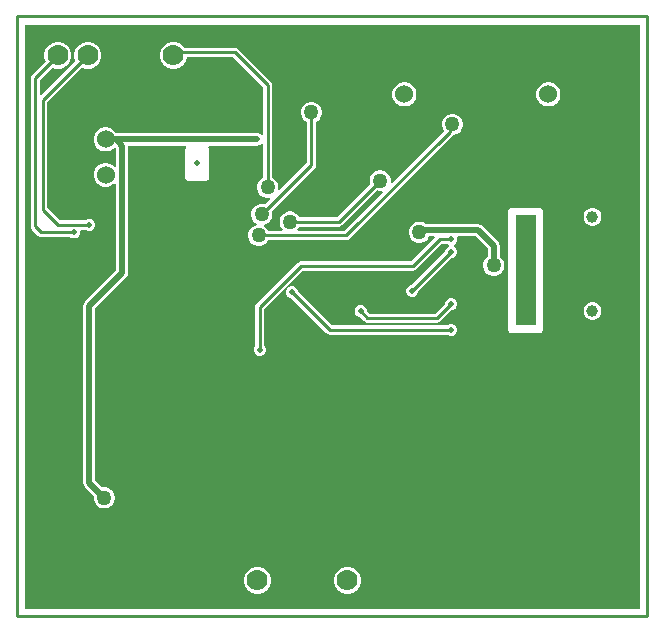
<source format=gbl>
G04*
G04 #@! TF.GenerationSoftware,Altium Limited,Altium Designer,22.6.1 (34)*
G04*
G04 Layer_Physical_Order=2*
G04 Layer_Color=16711680*
%FSLAX25Y25*%
%MOIN*%
G70*
G04*
G04 #@! TF.SameCoordinates,25FD31E9-3CFC-4910-949B-E761997E39EF*
G04*
G04*
G04 #@! TF.FilePolarity,Positive*
G04*
G01*
G75*
%ADD12C,0.01000*%
%ADD61C,0.07000*%
%ADD64C,0.02000*%
%ADD65C,0.03937*%
%ADD66C,0.06000*%
%ADD67C,0.01575*%
%ADD68C,0.02000*%
%ADD69C,0.05000*%
G36*
X488500Y263000D02*
X283500D01*
Y457500D01*
X488500D01*
Y263000D01*
D02*
G37*
%LPC*%
G36*
X305092Y452000D02*
X303908D01*
X302763Y451693D01*
X301737Y451101D01*
X300899Y450263D01*
X300307Y449237D01*
X300000Y448092D01*
Y446908D01*
X300307Y445763D01*
X300414Y445577D01*
X288991Y434154D01*
X288529Y434346D01*
Y439366D01*
X292577Y443414D01*
X292763Y443307D01*
X293908Y443000D01*
X295092D01*
X296237Y443307D01*
X297263Y443899D01*
X298101Y444737D01*
X298693Y445763D01*
X299000Y446908D01*
Y448092D01*
X298693Y449237D01*
X298101Y450263D01*
X297263Y451101D01*
X296237Y451693D01*
X295092Y452000D01*
X293908D01*
X292763Y451693D01*
X291737Y451101D01*
X290899Y450263D01*
X290307Y449237D01*
X290000Y448092D01*
Y446908D01*
X290307Y445763D01*
X290414Y445577D01*
X285919Y441081D01*
X285587Y440585D01*
X285471Y440000D01*
Y390500D01*
X285587Y389915D01*
X285919Y389419D01*
X287919Y387419D01*
X288415Y387087D01*
X289000Y386971D01*
X298701D01*
X298867Y386805D01*
X299602Y386500D01*
X300398D01*
X301133Y386805D01*
X301695Y387367D01*
X302000Y388102D01*
Y388898D01*
X301935Y389055D01*
X302213Y389471D01*
X303701D01*
X303867Y389304D01*
X304602Y389000D01*
X305398D01*
X306133Y389304D01*
X306696Y389867D01*
X307000Y390602D01*
Y391398D01*
X306696Y392133D01*
X306133Y392695D01*
X305398Y393000D01*
X304602D01*
X303867Y392695D01*
X303701Y392529D01*
X295133D01*
X291029Y396634D01*
Y431867D01*
X302577Y443414D01*
X302763Y443307D01*
X303908Y443000D01*
X305092D01*
X306237Y443307D01*
X307263Y443899D01*
X308101Y444737D01*
X308693Y445763D01*
X309000Y446908D01*
Y448092D01*
X308693Y449237D01*
X308101Y450263D01*
X307263Y451101D01*
X306237Y451693D01*
X305092Y452000D01*
D02*
G37*
G36*
X458527Y438500D02*
X457473D01*
X456456Y438227D01*
X455544Y437701D01*
X454799Y436956D01*
X454273Y436044D01*
X454000Y435027D01*
Y433973D01*
X454273Y432956D01*
X454799Y432044D01*
X455544Y431299D01*
X456456Y430773D01*
X457473Y430500D01*
X458527D01*
X459544Y430773D01*
X460456Y431299D01*
X461201Y432044D01*
X461727Y432956D01*
X462000Y433973D01*
Y435027D01*
X461727Y436044D01*
X461201Y436956D01*
X460456Y437701D01*
X459544Y438227D01*
X458527Y438500D01*
D02*
G37*
G36*
X410527D02*
X409473D01*
X408456Y438227D01*
X407544Y437701D01*
X406799Y436956D01*
X406273Y436044D01*
X406000Y435027D01*
Y433973D01*
X406273Y432956D01*
X406799Y432044D01*
X407544Y431299D01*
X408456Y430773D01*
X409473Y430500D01*
X410527D01*
X411544Y430773D01*
X412456Y431299D01*
X413201Y432044D01*
X413727Y432956D01*
X414000Y433973D01*
Y435027D01*
X413727Y436044D01*
X413201Y436956D01*
X412456Y437701D01*
X411544Y438227D01*
X410527Y438500D01*
D02*
G37*
G36*
X333592Y452000D02*
X332408D01*
X331263Y451693D01*
X330237Y451101D01*
X329399Y450263D01*
X328807Y449237D01*
X328500Y448092D01*
Y446908D01*
X328807Y445763D01*
X329399Y444737D01*
X330237Y443899D01*
X331263Y443307D01*
X332408Y443000D01*
X333592D01*
X334737Y443307D01*
X335763Y443899D01*
X336601Y444737D01*
X337193Y445763D01*
X337500Y446908D01*
Y446971D01*
X352867D01*
X362971Y436867D01*
Y421065D01*
X362923Y421032D01*
X362471Y420899D01*
X362442Y420942D01*
X362275Y421054D01*
X362133Y421196D01*
X361947Y421272D01*
X361780Y421384D01*
X361583Y421423D01*
X361398Y421500D01*
X361197D01*
X361000Y421539D01*
X313942D01*
X313701Y421956D01*
X312956Y422701D01*
X312044Y423227D01*
X311027Y423500D01*
X309973D01*
X308956Y423227D01*
X308044Y422701D01*
X307299Y421956D01*
X306773Y421044D01*
X306500Y420027D01*
Y418973D01*
X306773Y417956D01*
X307299Y417044D01*
X308044Y416299D01*
X308956Y415773D01*
X309973Y415500D01*
X311027D01*
X312044Y415773D01*
X312956Y416299D01*
X313574Y416917D01*
X313961Y416530D01*
Y410592D01*
X313461Y410385D01*
X312956Y410890D01*
X312044Y411416D01*
X311027Y411689D01*
X309973D01*
X308956Y411416D01*
X308044Y410890D01*
X307299Y410145D01*
X306773Y409233D01*
X306500Y408216D01*
Y407162D01*
X306773Y406145D01*
X307299Y405233D01*
X308044Y404488D01*
X308956Y403962D01*
X309973Y403689D01*
X311027D01*
X312044Y403962D01*
X312956Y404488D01*
X313461Y404993D01*
X313961Y404786D01*
Y375845D01*
X303558Y365442D01*
X303116Y364780D01*
X302961Y364000D01*
Y305000D01*
X303116Y304220D01*
X303558Y303558D01*
X306533Y300583D01*
X306500Y300461D01*
Y299539D01*
X306738Y298649D01*
X307199Y297851D01*
X307851Y297199D01*
X308649Y296739D01*
X309539Y296500D01*
X310461D01*
X311351Y296739D01*
X312149Y297199D01*
X312801Y297851D01*
X313262Y298649D01*
X313500Y299539D01*
Y300461D01*
X313262Y301351D01*
X312801Y302149D01*
X312149Y302801D01*
X311351Y303261D01*
X310461Y303500D01*
X309539D01*
X309417Y303467D01*
X307039Y305845D01*
Y363155D01*
X317442Y373558D01*
X317884Y374220D01*
X318039Y375000D01*
Y417375D01*
X318110Y417461D01*
X337187D01*
X337339Y416961D01*
X337279Y416921D01*
X337058Y416590D01*
X336980Y416200D01*
Y406800D01*
X337058Y406410D01*
X337279Y406079D01*
X337610Y405858D01*
X338000Y405780D01*
X344000D01*
X344390Y405858D01*
X344721Y406079D01*
X344942Y406410D01*
X345020Y406800D01*
Y416200D01*
X344942Y416590D01*
X344721Y416921D01*
X344661Y416961D01*
X344813Y417461D01*
X361000D01*
X361197Y417500D01*
X361398D01*
X361583Y417577D01*
X361780Y417616D01*
X361947Y417728D01*
X362133Y417804D01*
X362275Y417946D01*
X362442Y418058D01*
X362471Y418101D01*
X362923Y417968D01*
X362971Y417935D01*
Y406659D01*
X362351Y406301D01*
X361699Y405649D01*
X361239Y404851D01*
X361000Y403961D01*
Y403039D01*
X361239Y402149D01*
X361699Y401351D01*
X362351Y400699D01*
X363149Y400239D01*
X364039Y400000D01*
X364961D01*
X365192Y400062D01*
X365451Y399614D01*
X363652Y397815D01*
X362961Y398000D01*
X362039D01*
X361149Y397762D01*
X360351Y397301D01*
X359699Y396649D01*
X359239Y395851D01*
X359000Y394961D01*
Y394039D01*
X359239Y393149D01*
X359699Y392351D01*
X360351Y391699D01*
X360784Y391449D01*
X360713Y390913D01*
X360149Y390761D01*
X359351Y390301D01*
X358699Y389649D01*
X358239Y388851D01*
X358000Y387961D01*
Y387039D01*
X358239Y386149D01*
X358699Y385351D01*
X359351Y384699D01*
X360149Y384239D01*
X361039Y384000D01*
X361961D01*
X362851Y384239D01*
X363649Y384699D01*
X364301Y385351D01*
X364658Y385971D01*
X390600D01*
X391185Y386087D01*
X391681Y386419D01*
X426263Y421000D01*
X426461D01*
X427351Y421239D01*
X428149Y421699D01*
X428801Y422351D01*
X429261Y423149D01*
X429500Y424039D01*
Y424961D01*
X429261Y425851D01*
X428801Y426649D01*
X428149Y427301D01*
X427351Y427762D01*
X426461Y428000D01*
X425539D01*
X424649Y427762D01*
X423851Y427301D01*
X423199Y426649D01*
X422739Y425851D01*
X422500Y424961D01*
Y424039D01*
X422739Y423149D01*
X423199Y422351D01*
X423244Y422307D01*
X405786Y404849D01*
X405338Y405108D01*
X405400Y405339D01*
Y406261D01*
X405162Y407151D01*
X404701Y407949D01*
X404049Y408601D01*
X403251Y409061D01*
X402361Y409300D01*
X401439D01*
X400549Y409061D01*
X399751Y408601D01*
X399099Y407949D01*
X398639Y407151D01*
X398400Y406261D01*
Y405339D01*
X398585Y404648D01*
X387467Y393529D01*
X375059D01*
X374701Y394149D01*
X374049Y394801D01*
X373251Y395262D01*
X372361Y395500D01*
X371439D01*
X370549Y395262D01*
X369751Y394801D01*
X369099Y394149D01*
X368638Y393351D01*
X368400Y392461D01*
Y391539D01*
X368638Y390649D01*
X369099Y389851D01*
X369421Y389529D01*
X369214Y389029D01*
X364658D01*
X364301Y389649D01*
X363649Y390301D01*
X363216Y390551D01*
X363287Y391087D01*
X363851Y391238D01*
X364649Y391699D01*
X365301Y392351D01*
X365761Y393149D01*
X366000Y394039D01*
Y394961D01*
X365815Y395652D01*
X380081Y409919D01*
X380413Y410415D01*
X380529Y411000D01*
Y425342D01*
X381149Y425699D01*
X381801Y426351D01*
X382261Y427149D01*
X382500Y428039D01*
Y428961D01*
X382261Y429851D01*
X381801Y430649D01*
X381149Y431301D01*
X380351Y431762D01*
X379461Y432000D01*
X378539D01*
X377649Y431762D01*
X376851Y431301D01*
X376199Y430649D01*
X375739Y429851D01*
X375500Y428961D01*
Y428039D01*
X375739Y427149D01*
X376199Y426351D01*
X376851Y425699D01*
X377471Y425342D01*
Y411633D01*
X368386Y402549D01*
X367938Y402808D01*
X368000Y403039D01*
Y403961D01*
X367761Y404851D01*
X367301Y405649D01*
X366649Y406301D01*
X366029Y406659D01*
Y437500D01*
X365913Y438085D01*
X365581Y438581D01*
X354581Y449581D01*
X354085Y449913D01*
X353500Y450029D01*
X336736D01*
X336601Y450263D01*
X335763Y451101D01*
X334737Y451693D01*
X333592Y452000D01*
D02*
G37*
G36*
X473091Y396669D02*
X472309D01*
X471554Y396466D01*
X470877Y396075D01*
X470325Y395523D01*
X469934Y394846D01*
X469732Y394091D01*
Y393309D01*
X469934Y392554D01*
X470325Y391877D01*
X470877Y391325D01*
X471554Y390934D01*
X472309Y390732D01*
X473091D01*
X473846Y390934D01*
X474523Y391325D01*
X475075Y391877D01*
X475466Y392554D01*
X475668Y393309D01*
Y394091D01*
X475466Y394846D01*
X475075Y395523D01*
X474523Y396075D01*
X473846Y396466D01*
X473091Y396669D01*
D02*
G37*
G36*
X415461Y392100D02*
X414539D01*
X413649Y391862D01*
X412851Y391401D01*
X412199Y390749D01*
X411738Y389951D01*
X411500Y389061D01*
Y388139D01*
X411738Y387249D01*
X412199Y386451D01*
X412851Y385799D01*
X413649Y385338D01*
X414539Y385100D01*
X415461D01*
X416351Y385338D01*
X417149Y385799D01*
X417801Y386451D01*
X418211Y387161D01*
X419909D01*
X420100Y386699D01*
X412231Y378829D01*
X375500D01*
X374915Y378713D01*
X374419Y378381D01*
X360719Y364681D01*
X360387Y364185D01*
X360271Y363600D01*
X360271Y350699D01*
X360104Y350533D01*
X359800Y349798D01*
Y349002D01*
X360104Y348267D01*
X360667Y347705D01*
X361402Y347400D01*
X362198D01*
X362933Y347705D01*
X363495Y348267D01*
X363800Y349002D01*
Y349798D01*
X363495Y350533D01*
X363329Y350699D01*
X363329Y362966D01*
X376133Y375771D01*
X412864D01*
X413450Y375887D01*
X413946Y376219D01*
X422498Y384771D01*
X424201D01*
X424467Y384505D01*
X424790Y384371D01*
Y383829D01*
X424467Y383696D01*
X423905Y383133D01*
X423600Y382398D01*
Y382163D01*
X412437Y371000D01*
X412202D01*
X411467Y370695D01*
X410905Y370133D01*
X410600Y369398D01*
Y368602D01*
X410905Y367867D01*
X411467Y367304D01*
X412202Y367000D01*
X412998D01*
X413733Y367304D01*
X414295Y367867D01*
X414600Y368602D01*
Y368837D01*
X425763Y380000D01*
X425998D01*
X426733Y380305D01*
X427295Y380867D01*
X427600Y381602D01*
Y382398D01*
X427295Y383133D01*
X426733Y383696D01*
X426410Y383829D01*
Y384371D01*
X426733Y384505D01*
X427295Y385067D01*
X427600Y385802D01*
Y386598D01*
X427539Y386745D01*
X427817Y387161D01*
X433855D01*
X437761Y383255D01*
Y380364D01*
X437651Y380301D01*
X436999Y379649D01*
X436539Y378851D01*
X436300Y377961D01*
Y377039D01*
X436539Y376149D01*
X436999Y375351D01*
X437651Y374699D01*
X438449Y374238D01*
X439339Y374000D01*
X440261D01*
X441151Y374238D01*
X441949Y374699D01*
X442601Y375351D01*
X443061Y376149D01*
X443300Y377039D01*
Y377961D01*
X443061Y378851D01*
X442601Y379649D01*
X441949Y380301D01*
X441839Y380364D01*
Y384100D01*
X441839Y384100D01*
X441684Y384880D01*
X441242Y385542D01*
X441242Y385542D01*
X436142Y390642D01*
X435480Y391084D01*
X434700Y391239D01*
X417672D01*
X417541Y391213D01*
X417337D01*
X417149Y391401D01*
X416351Y391862D01*
X415461Y392100D01*
D02*
G37*
G36*
X425998Y366600D02*
X425202D01*
X424467Y366296D01*
X423905Y365733D01*
X423600Y364998D01*
Y364763D01*
X420266Y361429D01*
X398334D01*
X397400Y362363D01*
Y362598D01*
X397095Y363333D01*
X396533Y363896D01*
X395798Y364200D01*
X395002D01*
X394267Y363896D01*
X393705Y363333D01*
X393400Y362598D01*
Y361802D01*
X393705Y361067D01*
X394267Y360505D01*
X395002Y360200D01*
X395237D01*
X396619Y358819D01*
X397115Y358487D01*
X397700Y358371D01*
X420900D01*
X421485Y358487D01*
X421981Y358819D01*
X425763Y362600D01*
X425998D01*
X426733Y362905D01*
X427295Y363467D01*
X427600Y364202D01*
Y364998D01*
X427295Y365733D01*
X426733Y366296D01*
X425998Y366600D01*
D02*
G37*
G36*
X473091Y365268D02*
X472309D01*
X471554Y365066D01*
X470877Y364675D01*
X470325Y364123D01*
X469934Y363446D01*
X469732Y362691D01*
Y361909D01*
X469934Y361154D01*
X470325Y360477D01*
X470877Y359925D01*
X471554Y359534D01*
X472309Y359331D01*
X473091D01*
X473846Y359534D01*
X474523Y359925D01*
X475075Y360477D01*
X475466Y361154D01*
X475668Y361909D01*
Y362691D01*
X475466Y363446D01*
X475075Y364123D01*
X474523Y364675D01*
X473846Y365066D01*
X473091Y365268D01*
D02*
G37*
G36*
X455100Y396775D02*
X445800D01*
X445312Y396677D01*
X444899Y396401D01*
X444623Y395988D01*
X444525Y395500D01*
Y356300D01*
X444623Y355812D01*
X444899Y355399D01*
X445312Y355122D01*
X445800Y355026D01*
X455100D01*
X455588Y355122D01*
X456001Y355399D01*
X456278Y355812D01*
X456375Y356300D01*
Y395500D01*
X456278Y395988D01*
X456001Y396401D01*
X455588Y396677D01*
X455100Y396775D01*
D02*
G37*
G36*
X372898Y370600D02*
X372102D01*
X371367Y370296D01*
X370805Y369733D01*
X370500Y368998D01*
Y368202D01*
X370805Y367467D01*
X371367Y366904D01*
X372102Y366600D01*
X372337D01*
X384019Y354919D01*
X384515Y354587D01*
X385100Y354471D01*
X424301D01*
X424467Y354305D01*
X425202Y354000D01*
X425998D01*
X426733Y354305D01*
X427295Y354867D01*
X427600Y355602D01*
Y356398D01*
X427295Y357133D01*
X426733Y357696D01*
X425998Y358000D01*
X425202D01*
X424467Y357696D01*
X424301Y357529D01*
X385734D01*
X374500Y368763D01*
Y368998D01*
X374196Y369733D01*
X373633Y370296D01*
X372898Y370600D01*
D02*
G37*
G36*
X391592Y277000D02*
X390408D01*
X389263Y276693D01*
X388237Y276101D01*
X387399Y275263D01*
X386807Y274237D01*
X386500Y273092D01*
Y271908D01*
X386807Y270763D01*
X387399Y269737D01*
X388237Y268899D01*
X389263Y268307D01*
X390408Y268000D01*
X391592D01*
X392737Y268307D01*
X393763Y268899D01*
X394601Y269737D01*
X395193Y270763D01*
X395500Y271908D01*
Y273092D01*
X395193Y274237D01*
X394601Y275263D01*
X393763Y276101D01*
X392737Y276693D01*
X391592Y277000D01*
D02*
G37*
G36*
X361592D02*
X360408D01*
X359263Y276693D01*
X358237Y276101D01*
X357399Y275263D01*
X356807Y274237D01*
X356500Y273092D01*
Y271908D01*
X356807Y270763D01*
X357399Y269737D01*
X358237Y268899D01*
X359263Y268307D01*
X360408Y268000D01*
X361592D01*
X362737Y268307D01*
X363763Y268899D01*
X364601Y269737D01*
X365193Y270763D01*
X365500Y271908D01*
Y273092D01*
X365193Y274237D01*
X364601Y275263D01*
X363763Y276101D01*
X362737Y276693D01*
X361592Y277000D01*
D02*
G37*
%LPD*%
G36*
X401439Y402300D02*
X402361D01*
X402592Y402362D01*
X402851Y401914D01*
X389967Y389029D01*
X374586D01*
X374379Y389529D01*
X374701Y389851D01*
X375059Y390471D01*
X388100D01*
X388685Y390587D01*
X389181Y390919D01*
X400748Y402485D01*
X401439Y402300D01*
D02*
G37*
G36*
X453826Y357575D02*
X447075D01*
Y394226D01*
X453826D01*
Y357575D01*
D02*
G37*
D12*
X371900Y392000D02*
X388100D01*
X401900Y405800D01*
X425235Y423735D02*
X426000Y424500D01*
X361500Y387500D02*
X390600D01*
X425235Y422135D02*
Y423735D01*
X390600Y387500D02*
X425235Y422135D01*
X412600Y369000D02*
X425600Y382000D01*
X375500Y377300D02*
X412864D01*
X361800Y363600D02*
X375500Y377300D01*
X412864D02*
X421865Y386300D01*
X361800Y363600D02*
X361800Y349400D01*
X385100Y356000D02*
X425600D01*
X372500Y368600D02*
X385100Y356000D01*
X395400Y362200D02*
X397700Y359900D01*
X420900D01*
X425600Y364600D01*
X421865Y386300D02*
X425500D01*
X425600Y386200D01*
X362500Y394500D02*
X379000Y411000D01*
Y428500D01*
X333000Y447500D02*
X334000Y448500D01*
X353500D01*
X364500Y437500D01*
Y403500D02*
Y437500D01*
X287000Y390500D02*
X289000Y388500D01*
X287000Y440000D02*
X294500Y447500D01*
X287000Y390500D02*
Y440000D01*
X289500Y432500D02*
X304500Y447500D01*
X289500Y396000D02*
Y432500D01*
Y396000D02*
X294500Y391000D01*
X289000Y388500D02*
X300000D01*
X294500Y391000D02*
X305000D01*
X281000Y260500D02*
X491000D01*
X281000Y460500D02*
X491000D01*
Y260500D02*
Y460500D01*
X281000Y260500D02*
Y460500D01*
D61*
X381000Y272500D02*
D03*
X391000D02*
D03*
X361000D02*
D03*
X351000D02*
D03*
X294500Y447500D02*
D03*
X304500D02*
D03*
X323000D02*
D03*
X333000D02*
D03*
D64*
X417672Y389200D02*
X434700D01*
X415000Y388600D02*
X415574Y389174D01*
X417646D01*
X417672Y389200D01*
X434700D02*
X439800Y384100D01*
Y377500D02*
Y384100D01*
X313875Y419500D02*
X361000D01*
X313875D02*
X316000Y417375D01*
X310500Y419500D02*
X313875D01*
X316000Y375000D02*
Y417375D01*
X305000Y364000D02*
X316000Y375000D01*
X305000Y305000D02*
Y364000D01*
Y305000D02*
X310000Y300000D01*
D65*
X472700Y393700D02*
D03*
Y362300D02*
D03*
D66*
X410000Y444500D02*
D03*
Y434500D02*
D03*
X458000D02*
D03*
Y444500D02*
D03*
X310500Y407689D02*
D03*
Y419500D02*
D03*
D67*
X321000Y358744D02*
D03*
Y353232D02*
D03*
X315488Y358744D02*
D03*
Y353232D02*
D03*
X309976Y358744D02*
D03*
Y353232D02*
D03*
X318244Y361500D02*
D03*
Y355988D02*
D03*
Y350476D02*
D03*
X312732Y361500D02*
D03*
Y350476D02*
D03*
Y355988D02*
D03*
D68*
X399000Y371700D02*
D03*
X425500Y369100D02*
D03*
X412600Y369000D02*
D03*
X372500Y368600D02*
D03*
X361800Y349400D02*
D03*
X395400Y362200D02*
D03*
X425600Y356000D02*
D03*
Y364600D02*
D03*
Y386200D02*
D03*
X361000Y419500D02*
D03*
X321098Y289000D02*
D03*
X299000Y289500D02*
D03*
X292500D02*
D03*
X296000Y285500D02*
D03*
Y293000D02*
D03*
X344500Y296500D02*
D03*
X358000D02*
D03*
X379000Y286000D02*
D03*
X374000Y382300D02*
D03*
X425600Y382000D02*
D03*
X381800Y368900D02*
D03*
X367100Y330500D02*
D03*
X369500Y274000D02*
D03*
X468500Y299000D02*
D03*
X412000Y344400D02*
D03*
X418700Y312000D02*
D03*
X297500Y428000D02*
D03*
X322500Y434000D02*
D03*
X481500Y425000D02*
D03*
Y450000D02*
D03*
X435900Y369000D02*
D03*
X341000Y411500D02*
D03*
X300000Y388500D02*
D03*
X305000Y391000D02*
D03*
D69*
X371900Y392000D02*
D03*
X401900Y405800D02*
D03*
X415000Y388600D02*
D03*
X439800Y377500D02*
D03*
X362500Y394500D02*
D03*
X361500Y387500D02*
D03*
X426000Y424500D02*
D03*
X379000Y428500D02*
D03*
X364500Y403500D02*
D03*
X310000Y300000D02*
D03*
M02*

</source>
